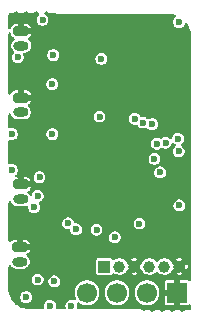
<source format=gbr>
%TF.GenerationSoftware,KiCad,Pcbnew,9.0.5*%
%TF.CreationDate,2025-12-10T00:05:15-08:00*%
%TF.ProjectId,camcontrol stm32,63616d63-6f6e-4747-926f-6c2073746d33,rev?*%
%TF.SameCoordinates,Original*%
%TF.FileFunction,Copper,L2,Inr*%
%TF.FilePolarity,Positive*%
%FSLAX46Y46*%
G04 Gerber Fmt 4.6, Leading zero omitted, Abs format (unit mm)*
G04 Created by KiCad (PCBNEW 9.0.5) date 2025-12-10 00:05:15*
%MOMM*%
%LPD*%
G01*
G04 APERTURE LIST*
G04 Aperture macros list*
%AMRoundRect*
0 Rectangle with rounded corners*
0 $1 Rounding radius*
0 $2 $3 $4 $5 $6 $7 $8 $9 X,Y pos of 4 corners*
0 Add a 4 corners polygon primitive as box body*
4,1,4,$2,$3,$4,$5,$6,$7,$8,$9,$2,$3,0*
0 Add four circle primitives for the rounded corners*
1,1,$1+$1,$2,$3*
1,1,$1+$1,$4,$5*
1,1,$1+$1,$6,$7*
1,1,$1+$1,$8,$9*
0 Add four rect primitives between the rounded corners*
20,1,$1+$1,$2,$3,$4,$5,0*
20,1,$1+$1,$4,$5,$6,$7,0*
20,1,$1+$1,$6,$7,$8,$9,0*
20,1,$1+$1,$8,$9,$2,$3,0*%
G04 Aperture macros list end*
%TA.AperFunction,ComponentPad*%
%ADD10R,1.000000X1.000000*%
%TD*%
%TA.AperFunction,ComponentPad*%
%ADD11C,1.000000*%
%TD*%
%TA.AperFunction,ComponentPad*%
%ADD12RoundRect,0.200000X-0.450000X0.200000X-0.450000X-0.200000X0.450000X-0.200000X0.450000X0.200000X0*%
%TD*%
%TA.AperFunction,ComponentPad*%
%ADD13O,1.300000X0.800000*%
%TD*%
%TA.AperFunction,ComponentPad*%
%ADD14R,1.700000X1.700000*%
%TD*%
%TA.AperFunction,ComponentPad*%
%ADD15C,1.700000*%
%TD*%
%TA.AperFunction,ViaPad*%
%ADD16C,0.600000*%
%TD*%
G04 APERTURE END LIST*
D10*
%TO.N,/CAM1 RX*%
%TO.C,J5*%
X8331200Y-21590000D03*
D11*
%TO.N,/CAM1 TX*%
X9601200Y-21590000D03*
%TO.N,GND*%
X10871200Y-21590000D03*
%TO.N,/CAM2 RX*%
X12141200Y-21590000D03*
%TO.N,/CAM2 TX*%
X13411200Y-21590000D03*
%TO.N,GND*%
X14681200Y-21590000D03*
%TD*%
D12*
%TO.N,GND*%
%TO.C,J3*%
X1270000Y-7284400D03*
D13*
%TO.N,/PWR B*%
X1270000Y-8534400D03*
%TD*%
D12*
%TO.N,GND*%
%TO.C,J1*%
X1297200Y-1635600D03*
D13*
%TO.N,+12V*%
X1297200Y-2885600D03*
%TD*%
D12*
%TO.N,GND*%
%TO.C,J7*%
X1170200Y-19923600D03*
D13*
%TO.N,/PWR A*%
X1170200Y-21173600D03*
%TD*%
D12*
%TO.N,GND*%
%TO.C,J4*%
X1244600Y-14630400D03*
D13*
%TO.N,+12VA*%
X1244600Y-15880400D03*
%TD*%
D14*
%TO.N,GND*%
%TO.C,J2*%
X14478000Y-23799800D03*
D15*
%TO.N,+3V3*%
X11938000Y-23799800D03*
%TO.N,/CAM1 TX*%
X9398000Y-23799800D03*
%TO.N,/CAM1 RX*%
X6858000Y-23799800D03*
%TD*%
D16*
%TO.N,+3V3*%
X8077200Y-4013200D03*
%TO.N,GND*%
X4222636Y-7059804D03*
X7416800Y-812800D03*
X8686800Y-2082800D03*
X3733800Y-18511800D03*
X4876800Y-7162800D03*
X4876800Y-5892800D03*
X8686800Y-5892800D03*
X8051800Y-7797800D03*
X1193800Y-12750800D03*
X11226800Y-17200800D03*
X8051800Y-2717800D03*
X8686800Y-7162800D03*
X8686800Y-4622800D03*
X7670800Y-19423600D03*
X8686800Y-3352800D03*
X10462558Y-19209696D03*
X2187316Y-10472555D03*
X5511800Y-2717800D03*
X14909800Y-4114800D03*
X5511800Y-3987800D03*
X4557497Y-24738707D03*
X5896032Y-21390750D03*
X15213600Y-15341600D03*
X8266800Y-1242800D03*
X10083800Y-2463800D03*
X14524200Y-2794000D03*
X8051800Y-6527800D03*
X4876800Y-8432800D03*
X4876800Y-4622800D03*
X3268922Y-2445668D03*
X4876800Y-2082800D03*
X6781800Y-1447800D03*
X8051800Y-5257800D03*
X8686800Y-8432800D03*
X5266800Y-1242800D03*
X6146800Y-812800D03*
X7569200Y-11379200D03*
X13811055Y-10392965D03*
%TO.N,+3V3*%
X13045583Y-13619569D03*
X5266977Y-17925924D03*
X2844800Y-14020800D03*
X14656200Y-894000D03*
X12783306Y-11183770D03*
X11304521Y-17946430D03*
X3733800Y-24900000D03*
X7670800Y-18463600D03*
X3928351Y-10375111D03*
%TO.N,/VFBSMPS*%
X9218871Y-19111200D03*
X2691257Y-15608189D03*
%TO.N,Net-(D2-K)*%
X508000Y-10363200D03*
%TO.N,Net-(JP1-C)*%
X10911132Y-9083797D03*
%TO.N,/PWR B*%
X14630400Y-11836400D03*
%TO.N,/BOOTSEL*%
X7924800Y-8890000D03*
%TO.N,/PWR A*%
X2685600Y-22689000D03*
X5537200Y-24892000D03*
%TO.N,/LED INDICATION*%
X2387600Y-16560800D03*
%TO.N,/PWR A SENS*%
X4100326Y-22835235D03*
X14681200Y-16408400D03*
%TO.N,/PWRB EN*%
X11582400Y-9398000D03*
X1005600Y-3860800D03*
%TO.N,/CAM1 TX*%
X13514828Y-11113571D03*
%TO.N,/CAM1 RX*%
X12577454Y-12483770D03*
%TO.N,Net-(D1-K)*%
X1701800Y-24180800D03*
%TO.N,/PWR B SENS*%
X3911776Y-6146248D03*
X14579600Y-10769600D03*
%TO.N,/BATT SENSE B*%
X12377789Y-9533787D03*
X3098800Y-709200D03*
%TO.N,/RF CTRL*%
X4004249Y-3685509D03*
X5943600Y-18440400D03*
X508000Y-13411200D03*
%TD*%
%TA.AperFunction,Conductor*%
%TO.N,GND*%
G36*
X3418079Y16028D02*
G01*
X3451934Y13606D01*
X3452970Y12940D01*
X3453885Y12859D01*
X3457709Y9895D01*
X3496281Y-14895D01*
X3526286Y-44900D01*
X3640414Y-110792D01*
X3767708Y-144900D01*
X3767710Y-144900D01*
X3899490Y-144900D01*
X3899492Y-144900D01*
X4026786Y-110792D01*
X4051688Y-96414D01*
X4119587Y-79941D01*
X4185614Y-102792D01*
X4201370Y-116120D01*
X4255226Y-169976D01*
X4328918Y-200500D01*
X13835118Y-200500D01*
X13870933Y-200500D01*
X13879043Y-200765D01*
X14101790Y-215364D01*
X14117848Y-217479D01*
X14322132Y-258113D01*
X14384042Y-290498D01*
X14418616Y-351213D01*
X14414877Y-420983D01*
X14374011Y-477655D01*
X14359944Y-487115D01*
X14348889Y-493497D01*
X14348883Y-493502D01*
X14255702Y-586683D01*
X14255700Y-586686D01*
X14189808Y-700812D01*
X14182641Y-727561D01*
X14155700Y-828108D01*
X14155700Y-959892D01*
X14162182Y-984083D01*
X14189808Y-1087187D01*
X14202806Y-1109699D01*
X14255700Y-1201314D01*
X14348886Y-1294500D01*
X14463014Y-1360392D01*
X14590308Y-1394500D01*
X14590310Y-1394500D01*
X14722090Y-1394500D01*
X14722092Y-1394500D01*
X14849386Y-1360392D01*
X14963514Y-1294500D01*
X15056700Y-1201314D01*
X15122592Y-1087186D01*
X15138228Y-1028829D01*
X15147693Y-1013301D01*
X15152506Y-995757D01*
X15165501Y-984083D01*
X15174591Y-969171D01*
X15190951Y-961223D01*
X15204485Y-949067D01*
X15221727Y-946273D01*
X15237438Y-938641D01*
X15255500Y-940800D01*
X15273455Y-937891D01*
X15289469Y-944861D01*
X15306813Y-946935D01*
X15320839Y-958515D01*
X15337519Y-965776D01*
X15360155Y-990977D01*
X15360692Y-991420D01*
X15361104Y-992033D01*
X15428897Y-1093492D01*
X15437007Y-1107539D01*
X15533926Y-1304071D01*
X15540133Y-1319057D01*
X15610571Y-1526561D01*
X15614769Y-1542228D01*
X15657518Y-1757140D01*
X15659636Y-1773221D01*
X15674235Y-1995956D01*
X15674500Y-2004066D01*
X15674500Y-22708798D01*
X15654815Y-22775837D01*
X15602011Y-22821592D01*
X15532853Y-22831536D01*
X15481610Y-22811901D01*
X15406033Y-22761403D01*
X15406033Y-22761402D01*
X15347702Y-22749800D01*
X14728000Y-22749800D01*
X14728000Y-23366788D01*
X14670993Y-23333875D01*
X14543826Y-23299800D01*
X14412174Y-23299800D01*
X14285007Y-23333875D01*
X14228000Y-23366788D01*
X14228000Y-22749800D01*
X13608297Y-22749800D01*
X13549966Y-22761402D01*
X13549965Y-22761403D01*
X13483808Y-22805608D01*
X13439603Y-22871765D01*
X13439602Y-22871766D01*
X13428000Y-22930097D01*
X13428000Y-23549800D01*
X14044988Y-23549800D01*
X14012075Y-23606807D01*
X13978000Y-23733974D01*
X13978000Y-23865626D01*
X14012075Y-23992793D01*
X14044988Y-24049800D01*
X13428000Y-24049800D01*
X13428000Y-24669502D01*
X13439602Y-24727833D01*
X13439603Y-24727834D01*
X13483808Y-24793991D01*
X13549965Y-24838196D01*
X13549966Y-24838197D01*
X13608297Y-24849799D01*
X13608301Y-24849800D01*
X14228000Y-24849800D01*
X14228000Y-24232812D01*
X14285007Y-24265725D01*
X14412174Y-24299800D01*
X14543826Y-24299800D01*
X14670993Y-24265725D01*
X14728000Y-24232812D01*
X14728000Y-24849800D01*
X15347699Y-24849800D01*
X15347702Y-24849799D01*
X15406033Y-24838197D01*
X15406034Y-24838196D01*
X15481609Y-24787699D01*
X15548286Y-24766821D01*
X15615667Y-24785305D01*
X15662357Y-24837284D01*
X15674500Y-24890801D01*
X15674500Y-25158721D01*
X15654815Y-25225760D01*
X15602011Y-25271515D01*
X15532853Y-25281459D01*
X15518410Y-25278496D01*
X15431092Y-25255100D01*
X15299308Y-25255100D01*
X15172012Y-25289208D01*
X15057886Y-25355100D01*
X15057883Y-25355102D01*
X15027881Y-25385105D01*
X14966558Y-25418590D01*
X14896866Y-25413606D01*
X14852519Y-25385105D01*
X14822516Y-25355102D01*
X14822514Y-25355100D01*
X14738340Y-25306502D01*
X14708387Y-25289208D01*
X14642354Y-25271515D01*
X14581092Y-25255100D01*
X14449308Y-25255100D01*
X14322012Y-25289208D01*
X14207886Y-25355100D01*
X14207883Y-25355102D01*
X14177881Y-25385105D01*
X14116558Y-25418590D01*
X14046866Y-25413606D01*
X14002519Y-25385105D01*
X13972516Y-25355102D01*
X13972514Y-25355100D01*
X13888340Y-25306502D01*
X13858387Y-25289208D01*
X13792354Y-25271515D01*
X13731092Y-25255100D01*
X13599308Y-25255100D01*
X13472012Y-25289208D01*
X13357886Y-25355100D01*
X13357883Y-25355102D01*
X13327881Y-25385105D01*
X13266558Y-25418590D01*
X13196866Y-25413606D01*
X13152519Y-25385105D01*
X13122516Y-25355102D01*
X13122514Y-25355100D01*
X13038340Y-25306502D01*
X13008387Y-25289208D01*
X12942354Y-25271515D01*
X12881092Y-25255100D01*
X12749308Y-25255100D01*
X12622012Y-25289208D01*
X12507886Y-25355100D01*
X12507883Y-25355102D01*
X12477881Y-25385105D01*
X12416558Y-25418590D01*
X12346866Y-25413606D01*
X12302519Y-25385105D01*
X12272516Y-25355102D01*
X12272514Y-25355100D01*
X12188340Y-25306502D01*
X12158387Y-25289208D01*
X12092354Y-25271515D01*
X12031092Y-25255100D01*
X11899308Y-25255100D01*
X11772011Y-25289208D01*
X11731006Y-25312883D01*
X11663105Y-25329354D01*
X11597079Y-25306502D01*
X11581326Y-25293176D01*
X11518174Y-25230024D01*
X11444483Y-25199500D01*
X11444482Y-25199500D01*
X6134561Y-25199500D01*
X6067522Y-25179815D01*
X6021767Y-25127011D01*
X6011823Y-25057853D01*
X6014784Y-25043415D01*
X6037700Y-24957892D01*
X6037700Y-24826108D01*
X6021468Y-24765529D01*
X6023131Y-24695682D01*
X6062293Y-24637819D01*
X6126522Y-24610315D01*
X6195424Y-24621901D01*
X6210133Y-24630336D01*
X6360400Y-24730740D01*
X6360401Y-24730740D01*
X6360402Y-24730741D01*
X6551580Y-24809930D01*
X6689099Y-24837284D01*
X6754530Y-24850299D01*
X6754534Y-24850300D01*
X6754535Y-24850300D01*
X6961466Y-24850300D01*
X6961467Y-24850299D01*
X7164420Y-24809930D01*
X7355598Y-24730741D01*
X7527655Y-24615777D01*
X7673977Y-24469455D01*
X7788941Y-24297398D01*
X7868130Y-24106220D01*
X7908500Y-23903265D01*
X7908500Y-23696335D01*
X7908499Y-23696330D01*
X8347500Y-23696330D01*
X8347500Y-23903269D01*
X8387868Y-24106212D01*
X8387870Y-24106220D01*
X8465013Y-24292460D01*
X8467059Y-24297398D01*
X8500287Y-24347128D01*
X8582024Y-24469457D01*
X8728342Y-24615775D01*
X8728345Y-24615777D01*
X8900402Y-24730741D01*
X9091580Y-24809930D01*
X9229099Y-24837284D01*
X9294530Y-24850299D01*
X9294534Y-24850300D01*
X9294535Y-24850300D01*
X9501466Y-24850300D01*
X9501467Y-24850299D01*
X9704420Y-24809930D01*
X9895598Y-24730741D01*
X10067655Y-24615777D01*
X10213977Y-24469455D01*
X10328941Y-24297398D01*
X10408130Y-24106220D01*
X10448500Y-23903265D01*
X10448500Y-23696335D01*
X10448499Y-23696330D01*
X10887500Y-23696330D01*
X10887500Y-23903269D01*
X10927868Y-24106212D01*
X10927870Y-24106220D01*
X11005013Y-24292460D01*
X11007059Y-24297398D01*
X11040287Y-24347128D01*
X11122024Y-24469457D01*
X11268342Y-24615775D01*
X11268345Y-24615777D01*
X11440402Y-24730741D01*
X11631580Y-24809930D01*
X11769099Y-24837284D01*
X11834530Y-24850299D01*
X11834534Y-24850300D01*
X11834535Y-24850300D01*
X12041466Y-24850300D01*
X12041467Y-24850299D01*
X12244420Y-24809930D01*
X12435598Y-24730741D01*
X12607655Y-24615777D01*
X12753977Y-24469455D01*
X12868941Y-24297398D01*
X12948130Y-24106220D01*
X12988500Y-23903265D01*
X12988500Y-23696335D01*
X12948130Y-23493380D01*
X12868941Y-23302202D01*
X12753977Y-23130145D01*
X12753975Y-23130142D01*
X12607657Y-22983824D01*
X12455543Y-22882186D01*
X12435598Y-22868859D01*
X12244420Y-22789670D01*
X12244412Y-22789668D01*
X12041469Y-22749300D01*
X12041465Y-22749300D01*
X11834535Y-22749300D01*
X11834530Y-22749300D01*
X11631587Y-22789668D01*
X11631579Y-22789670D01*
X11440403Y-22868858D01*
X11268342Y-22983824D01*
X11122024Y-23130142D01*
X11007058Y-23302203D01*
X10927870Y-23493379D01*
X10927868Y-23493387D01*
X10887500Y-23696330D01*
X10448499Y-23696330D01*
X10408130Y-23493380D01*
X10328941Y-23302202D01*
X10213977Y-23130145D01*
X10213975Y-23130142D01*
X10067657Y-22983824D01*
X9915543Y-22882186D01*
X9895598Y-22868859D01*
X9704420Y-22789670D01*
X9704412Y-22789668D01*
X9501469Y-22749300D01*
X9501465Y-22749300D01*
X9294535Y-22749300D01*
X9294530Y-22749300D01*
X9091587Y-22789668D01*
X9091579Y-22789670D01*
X8900403Y-22868858D01*
X8728342Y-22983824D01*
X8582024Y-23130142D01*
X8467058Y-23302203D01*
X8387870Y-23493379D01*
X8387868Y-23493387D01*
X8347500Y-23696330D01*
X7908499Y-23696330D01*
X7868130Y-23493380D01*
X7788941Y-23302202D01*
X7673977Y-23130145D01*
X7673975Y-23130142D01*
X7527657Y-22983824D01*
X7375543Y-22882186D01*
X7355598Y-22868859D01*
X7164420Y-22789670D01*
X7164412Y-22789668D01*
X6961469Y-22749300D01*
X6961465Y-22749300D01*
X6754535Y-22749300D01*
X6754530Y-22749300D01*
X6551587Y-22789668D01*
X6551579Y-22789670D01*
X6360403Y-22868858D01*
X6188342Y-22983824D01*
X6042024Y-23130142D01*
X5927058Y-23302203D01*
X5847870Y-23493379D01*
X5847868Y-23493387D01*
X5807500Y-23696330D01*
X5807500Y-23903269D01*
X5847868Y-24106212D01*
X5847870Y-24106220D01*
X5918882Y-24277658D01*
X5926351Y-24347128D01*
X5895076Y-24409607D01*
X5834987Y-24445259D01*
X5765162Y-24442765D01*
X5742321Y-24432498D01*
X5730389Y-24425609D01*
X5730386Y-24425608D01*
X5603092Y-24391500D01*
X5471308Y-24391500D01*
X5344012Y-24425608D01*
X5229886Y-24491500D01*
X5229883Y-24491502D01*
X5136702Y-24584683D01*
X5136700Y-24584686D01*
X5070808Y-24698812D01*
X5045306Y-24793991D01*
X5036700Y-24826108D01*
X5036700Y-24957892D01*
X5059613Y-25043408D01*
X5057951Y-25113256D01*
X5018789Y-25171119D01*
X4954560Y-25198623D01*
X4939839Y-25199500D01*
X4333305Y-25199500D01*
X4266266Y-25179815D01*
X4220511Y-25127011D01*
X4210567Y-25057853D01*
X4213530Y-25043407D01*
X4234300Y-24965892D01*
X4234300Y-24834108D01*
X4200192Y-24706814D01*
X4134300Y-24592686D01*
X4041114Y-24499500D01*
X3984050Y-24466554D01*
X3926987Y-24433608D01*
X3837412Y-24409607D01*
X3799692Y-24399500D01*
X3667908Y-24399500D01*
X3540612Y-24433608D01*
X3426486Y-24499500D01*
X3426483Y-24499502D01*
X3333302Y-24592683D01*
X3333300Y-24592686D01*
X3267408Y-24706812D01*
X3233300Y-24834108D01*
X3233300Y-24965891D01*
X3254070Y-25043407D01*
X3252407Y-25113257D01*
X3213244Y-25171119D01*
X3149016Y-25198623D01*
X3134295Y-25199500D01*
X2004067Y-25199500D01*
X1995957Y-25199235D01*
X1773221Y-25184636D01*
X1757140Y-25182518D01*
X1542228Y-25139769D01*
X1526561Y-25135571D01*
X1319057Y-25065133D01*
X1304071Y-25058926D01*
X1107539Y-24962007D01*
X1093492Y-24953897D01*
X920335Y-24838197D01*
X911290Y-24832153D01*
X898423Y-24822280D01*
X884340Y-24809930D01*
X794041Y-24730740D01*
X733671Y-24677797D01*
X722202Y-24666328D01*
X647632Y-24581297D01*
X577716Y-24501573D01*
X567845Y-24488708D01*
X567449Y-24488116D01*
X446102Y-24306507D01*
X437992Y-24292460D01*
X392346Y-24199899D01*
X350433Y-24114908D01*
X1201300Y-24114908D01*
X1201300Y-24246691D01*
X1235408Y-24373987D01*
X1255974Y-24409607D01*
X1301300Y-24488114D01*
X1394486Y-24581300D01*
X1508614Y-24647192D01*
X1635908Y-24681300D01*
X1635910Y-24681300D01*
X1767690Y-24681300D01*
X1767692Y-24681300D01*
X1894986Y-24647192D01*
X2009114Y-24581300D01*
X2102300Y-24488114D01*
X2168192Y-24373986D01*
X2202300Y-24246692D01*
X2202300Y-24114908D01*
X2168192Y-23987614D01*
X2102300Y-23873486D01*
X2009114Y-23780300D01*
X1952050Y-23747354D01*
X1894987Y-23714408D01*
X1827517Y-23696330D01*
X1767692Y-23680300D01*
X1635908Y-23680300D01*
X1508612Y-23714408D01*
X1394486Y-23780300D01*
X1394483Y-23780302D01*
X1301302Y-23873483D01*
X1301300Y-23873486D01*
X1235408Y-23987612D01*
X1201300Y-24114908D01*
X350433Y-24114908D01*
X341070Y-24095921D01*
X334866Y-24080942D01*
X264428Y-23873438D01*
X260230Y-23857771D01*
X248217Y-23797376D01*
X217479Y-23642848D01*
X215364Y-23626790D01*
X200765Y-23404043D01*
X200500Y-23395933D01*
X200500Y-22623108D01*
X2185100Y-22623108D01*
X2185100Y-22754892D01*
X2186845Y-22761403D01*
X2219208Y-22882187D01*
X2246869Y-22930097D01*
X2285100Y-22996314D01*
X2378286Y-23089500D01*
X2492414Y-23155392D01*
X2619708Y-23189500D01*
X2619710Y-23189500D01*
X2751490Y-23189500D01*
X2751492Y-23189500D01*
X2878786Y-23155392D01*
X2992914Y-23089500D01*
X3086100Y-22996314D01*
X3151992Y-22882186D01*
X3182228Y-22769343D01*
X3599826Y-22769343D01*
X3599826Y-22901127D01*
X3616880Y-22964774D01*
X3633934Y-23028422D01*
X3666880Y-23085485D01*
X3699826Y-23142549D01*
X3793012Y-23235735D01*
X3891847Y-23292798D01*
X3903975Y-23299800D01*
X3907140Y-23301627D01*
X4034434Y-23335735D01*
X4034436Y-23335735D01*
X4166216Y-23335735D01*
X4166218Y-23335735D01*
X4293512Y-23301627D01*
X4407640Y-23235735D01*
X4500826Y-23142549D01*
X4566718Y-23028421D01*
X4600826Y-22901127D01*
X4600826Y-22769343D01*
X4566718Y-22642049D01*
X4500826Y-22527921D01*
X4407640Y-22434735D01*
X4315757Y-22381686D01*
X4293513Y-22368843D01*
X4229865Y-22351789D01*
X4166218Y-22334735D01*
X4034434Y-22334735D01*
X3907138Y-22368843D01*
X3793012Y-22434735D01*
X3793009Y-22434737D01*
X3699828Y-22527918D01*
X3699826Y-22527921D01*
X3633934Y-22642047D01*
X3616049Y-22708798D01*
X3599826Y-22769343D01*
X3182228Y-22769343D01*
X3186100Y-22754892D01*
X3186100Y-22623108D01*
X3151992Y-22495814D01*
X3086100Y-22381686D01*
X2992914Y-22288500D01*
X2899474Y-22234552D01*
X2878787Y-22222608D01*
X2815139Y-22205554D01*
X2751492Y-22188500D01*
X2619708Y-22188500D01*
X2492412Y-22222608D01*
X2378286Y-22288500D01*
X2378283Y-22288502D01*
X2285102Y-22381683D01*
X2285100Y-22381686D01*
X2219208Y-22495812D01*
X2210605Y-22527921D01*
X2185100Y-22623108D01*
X200500Y-22623108D01*
X200500Y-21590818D01*
X220185Y-21523779D01*
X272989Y-21478024D01*
X342147Y-21468080D01*
X405703Y-21497105D01*
X431888Y-21528820D01*
X439677Y-21542312D01*
X439679Y-21542315D01*
X439680Y-21542316D01*
X551484Y-21654120D01*
X551486Y-21654121D01*
X551490Y-21654124D01*
X657703Y-21715445D01*
X688416Y-21733177D01*
X841143Y-21774100D01*
X841145Y-21774100D01*
X1499255Y-21774100D01*
X1499257Y-21774100D01*
X1651984Y-21733177D01*
X1788916Y-21654120D01*
X1900720Y-21542316D01*
X1979777Y-21405384D01*
X2020700Y-21252657D01*
X2020700Y-21094543D01*
X2014190Y-21070247D01*
X7630700Y-21070247D01*
X7630700Y-22109752D01*
X7642331Y-22168229D01*
X7642332Y-22168230D01*
X7686647Y-22234552D01*
X7752969Y-22278867D01*
X7752970Y-22278868D01*
X7811447Y-22290499D01*
X7811450Y-22290500D01*
X7811452Y-22290500D01*
X8850950Y-22290500D01*
X8850951Y-22290499D01*
X8865768Y-22287552D01*
X8909429Y-22278868D01*
X8909429Y-22278867D01*
X8909431Y-22278867D01*
X8975752Y-22234552D01*
X9008479Y-22185573D01*
X9062089Y-22140769D01*
X9131413Y-22132060D01*
X9180471Y-22151362D01*
X9269382Y-22210771D01*
X9269395Y-22210778D01*
X9395711Y-22263099D01*
X9396872Y-22263580D01*
X9396876Y-22263580D01*
X9396877Y-22263581D01*
X9532204Y-22290500D01*
X9532207Y-22290500D01*
X9670195Y-22290500D01*
X9761241Y-22272389D01*
X9805528Y-22263580D01*
X9888268Y-22229308D01*
X10585443Y-22229308D01*
X10667021Y-22263099D01*
X10667023Y-22263100D01*
X10802253Y-22290000D01*
X10940146Y-22290000D01*
X11075376Y-22263100D01*
X11075390Y-22263096D01*
X11156956Y-22229309D01*
X11156956Y-22229308D01*
X10871201Y-21943553D01*
X10871200Y-21943553D01*
X10585443Y-22229308D01*
X9888268Y-22229308D01*
X9933011Y-22210775D01*
X10047742Y-22134114D01*
X10049796Y-22132060D01*
X10081044Y-22100813D01*
X10145311Y-22036545D01*
X10145314Y-22036542D01*
X10221975Y-21921811D01*
X10238092Y-21882899D01*
X10264970Y-21842674D01*
X10517646Y-21589999D01*
X10474860Y-21547213D01*
X10546200Y-21547213D01*
X10546200Y-21632787D01*
X10568349Y-21715445D01*
X10611136Y-21789554D01*
X10671646Y-21850064D01*
X10745755Y-21892851D01*
X10828413Y-21915000D01*
X10913987Y-21915000D01*
X10996645Y-21892851D01*
X11070754Y-21850064D01*
X11131264Y-21789554D01*
X11174051Y-21715445D01*
X11196200Y-21632787D01*
X11196200Y-21590000D01*
X11224753Y-21590000D01*
X11477428Y-21842675D01*
X11504308Y-21882902D01*
X11520425Y-21921812D01*
X11520426Y-21921813D01*
X11597082Y-22036537D01*
X11597088Y-22036545D01*
X11694654Y-22134111D01*
X11694658Y-22134114D01*
X11809382Y-22210771D01*
X11809395Y-22210778D01*
X11935711Y-22263099D01*
X11936872Y-22263580D01*
X11936876Y-22263580D01*
X11936877Y-22263581D01*
X12072204Y-22290500D01*
X12072207Y-22290500D01*
X12210195Y-22290500D01*
X12301241Y-22272389D01*
X12345528Y-22263580D01*
X12473011Y-22210775D01*
X12587742Y-22134114D01*
X12621043Y-22100813D01*
X12688519Y-22033338D01*
X12749842Y-21999853D01*
X12819534Y-22004837D01*
X12863881Y-22033338D01*
X12964654Y-22134111D01*
X12964658Y-22134114D01*
X13079382Y-22210771D01*
X13079395Y-22210778D01*
X13205711Y-22263099D01*
X13206872Y-22263580D01*
X13206876Y-22263580D01*
X13206877Y-22263581D01*
X13342204Y-22290500D01*
X13342207Y-22290500D01*
X13480195Y-22290500D01*
X13571241Y-22272389D01*
X13615528Y-22263580D01*
X13698268Y-22229308D01*
X14395443Y-22229308D01*
X14477021Y-22263099D01*
X14477023Y-22263100D01*
X14612253Y-22290000D01*
X14750146Y-22290000D01*
X14885376Y-22263100D01*
X14885390Y-22263096D01*
X14966956Y-22229309D01*
X14966956Y-22229308D01*
X14681201Y-21943553D01*
X14681200Y-21943553D01*
X14395443Y-22229308D01*
X13698268Y-22229308D01*
X13743011Y-22210775D01*
X13857742Y-22134114D01*
X13859796Y-22132060D01*
X13891044Y-22100813D01*
X13955311Y-22036545D01*
X13955314Y-22036542D01*
X14031975Y-21921811D01*
X14048092Y-21882899D01*
X14074970Y-21842674D01*
X14327646Y-21589999D01*
X14284860Y-21547213D01*
X14356200Y-21547213D01*
X14356200Y-21632787D01*
X14378349Y-21715445D01*
X14421136Y-21789554D01*
X14481646Y-21850064D01*
X14555755Y-21892851D01*
X14638413Y-21915000D01*
X14723987Y-21915000D01*
X14806645Y-21892851D01*
X14880754Y-21850064D01*
X14941264Y-21789554D01*
X14984051Y-21715445D01*
X15006200Y-21632787D01*
X15006200Y-21589999D01*
X15034753Y-21589999D01*
X15034753Y-21590001D01*
X15320508Y-21875756D01*
X15320509Y-21875756D01*
X15354296Y-21794190D01*
X15354300Y-21794176D01*
X15381200Y-21658946D01*
X15381200Y-21521053D01*
X15354300Y-21385823D01*
X15354299Y-21385821D01*
X15320508Y-21304243D01*
X15034753Y-21589999D01*
X15006200Y-21589999D01*
X15006200Y-21547213D01*
X14984051Y-21464555D01*
X14941264Y-21390446D01*
X14880754Y-21329936D01*
X14806645Y-21287149D01*
X14723987Y-21265000D01*
X14638413Y-21265000D01*
X14555755Y-21287149D01*
X14481646Y-21329936D01*
X14421136Y-21390446D01*
X14378349Y-21464555D01*
X14356200Y-21547213D01*
X14284860Y-21547213D01*
X14074970Y-21337323D01*
X14048090Y-21297094D01*
X14031975Y-21258189D01*
X14031971Y-21258182D01*
X13955314Y-21143458D01*
X13955311Y-21143454D01*
X13857745Y-21045888D01*
X13857741Y-21045885D01*
X13743017Y-20969228D01*
X13743004Y-20969221D01*
X13698266Y-20950690D01*
X14395442Y-20950690D01*
X14681200Y-21236446D01*
X14681201Y-21236446D01*
X14966956Y-20950690D01*
X14885382Y-20916901D01*
X14885376Y-20916899D01*
X14750146Y-20890000D01*
X14612254Y-20890000D01*
X14477024Y-20916899D01*
X14477016Y-20916901D01*
X14395442Y-20950690D01*
X13698266Y-20950690D01*
X13615532Y-20916421D01*
X13615522Y-20916418D01*
X13480195Y-20889500D01*
X13480193Y-20889500D01*
X13342207Y-20889500D01*
X13342205Y-20889500D01*
X13206877Y-20916418D01*
X13206867Y-20916421D01*
X13079395Y-20969221D01*
X13079382Y-20969228D01*
X12964658Y-21045885D01*
X12964654Y-21045888D01*
X12863881Y-21146662D01*
X12802558Y-21180147D01*
X12732866Y-21175163D01*
X12688519Y-21146662D01*
X12587745Y-21045888D01*
X12587741Y-21045885D01*
X12473017Y-20969228D01*
X12473004Y-20969221D01*
X12345532Y-20916421D01*
X12345522Y-20916418D01*
X12210195Y-20889500D01*
X12210193Y-20889500D01*
X12072207Y-20889500D01*
X12072205Y-20889500D01*
X11936877Y-20916418D01*
X11936867Y-20916421D01*
X11809395Y-20969221D01*
X11809382Y-20969228D01*
X11694658Y-21045885D01*
X11694654Y-21045888D01*
X11597088Y-21143454D01*
X11597082Y-21143462D01*
X11520426Y-21258185D01*
X11504308Y-21297097D01*
X11477430Y-21337322D01*
X11224753Y-21590000D01*
X11196200Y-21590000D01*
X11196200Y-21547213D01*
X11174051Y-21464555D01*
X11131264Y-21390446D01*
X11070754Y-21329936D01*
X10996645Y-21287149D01*
X10913987Y-21265000D01*
X10828413Y-21265000D01*
X10745755Y-21287149D01*
X10671646Y-21329936D01*
X10611136Y-21390446D01*
X10568349Y-21464555D01*
X10546200Y-21547213D01*
X10474860Y-21547213D01*
X10264970Y-21337323D01*
X10238090Y-21297094D01*
X10221975Y-21258189D01*
X10221971Y-21258182D01*
X10145314Y-21143458D01*
X10145311Y-21143454D01*
X10047745Y-21045888D01*
X10047741Y-21045885D01*
X9933017Y-20969228D01*
X9933004Y-20969221D01*
X9888266Y-20950690D01*
X10585442Y-20950690D01*
X10871200Y-21236446D01*
X10871201Y-21236446D01*
X11156956Y-20950690D01*
X11075382Y-20916901D01*
X11075376Y-20916899D01*
X10940146Y-20890000D01*
X10802254Y-20890000D01*
X10667024Y-20916899D01*
X10667016Y-20916901D01*
X10585442Y-20950690D01*
X9888266Y-20950690D01*
X9805532Y-20916421D01*
X9805522Y-20916418D01*
X9670195Y-20889500D01*
X9670193Y-20889500D01*
X9532207Y-20889500D01*
X9532205Y-20889500D01*
X9396877Y-20916418D01*
X9396867Y-20916421D01*
X9269395Y-20969221D01*
X9269377Y-20969231D01*
X9180470Y-21028637D01*
X9113793Y-21049515D01*
X9046413Y-21031030D01*
X9008479Y-20994427D01*
X8975752Y-20945448D01*
X8970317Y-20941816D01*
X8909430Y-20901132D01*
X8909429Y-20901131D01*
X8850952Y-20889500D01*
X8850948Y-20889500D01*
X7811452Y-20889500D01*
X7811447Y-20889500D01*
X7752970Y-20901131D01*
X7752969Y-20901132D01*
X7686647Y-20945447D01*
X7642332Y-21011769D01*
X7642331Y-21011770D01*
X7630700Y-21070247D01*
X2014190Y-21070247D01*
X1979777Y-20941816D01*
X1979773Y-20941809D01*
X1900724Y-20804890D01*
X1900718Y-20804882D01*
X1788915Y-20693079D01*
X1783091Y-20688610D01*
X1741890Y-20632181D01*
X1737738Y-20562435D01*
X1771952Y-20501516D01*
X1802287Y-20479752D01*
X1858244Y-20451241D01*
X1858250Y-20451236D01*
X1947836Y-20361650D01*
X1947839Y-20361646D01*
X2005366Y-20248744D01*
X2017268Y-20173600D01*
X1294200Y-20173600D01*
X1250738Y-20160838D01*
X1311814Y-20135540D01*
X1382140Y-20065214D01*
X1420200Y-19973328D01*
X1420200Y-19873872D01*
X1382140Y-19781986D01*
X1311814Y-19711660D01*
X1219928Y-19673600D01*
X1420200Y-19673600D01*
X2017265Y-19673600D01*
X2005364Y-19598450D01*
X2005362Y-19598444D01*
X1947843Y-19485558D01*
X1947836Y-19485549D01*
X1858250Y-19395963D01*
X1858246Y-19395960D01*
X1745344Y-19338433D01*
X1651686Y-19323600D01*
X1420200Y-19323600D01*
X1420200Y-19673600D01*
X1219928Y-19673600D01*
X1120472Y-19673600D01*
X1028586Y-19711660D01*
X958260Y-19781986D01*
X930793Y-19848296D01*
X920200Y-19799600D01*
X920200Y-19323600D01*
X688720Y-19323600D01*
X595049Y-19338435D01*
X595044Y-19338437D01*
X482158Y-19395956D01*
X482149Y-19395963D01*
X412181Y-19465932D01*
X350858Y-19499417D01*
X281166Y-19494433D01*
X225233Y-19452561D01*
X200816Y-19387097D01*
X200500Y-19378251D01*
X200500Y-19045308D01*
X8718371Y-19045308D01*
X8718371Y-19177091D01*
X8752479Y-19304387D01*
X8763572Y-19323600D01*
X8818371Y-19418514D01*
X8911557Y-19511700D01*
X9025685Y-19577592D01*
X9152979Y-19611700D01*
X9152981Y-19611700D01*
X9284761Y-19611700D01*
X9284763Y-19611700D01*
X9412057Y-19577592D01*
X9526185Y-19511700D01*
X9619371Y-19418514D01*
X9685263Y-19304386D01*
X9719371Y-19177092D01*
X9719371Y-19045308D01*
X9685263Y-18918014D01*
X9619371Y-18803886D01*
X9526185Y-18710700D01*
X9469121Y-18677754D01*
X9412058Y-18644808D01*
X9348410Y-18627754D01*
X9284763Y-18610700D01*
X9152979Y-18610700D01*
X9025683Y-18644808D01*
X8911557Y-18710700D01*
X8911554Y-18710702D01*
X8818373Y-18803883D01*
X8818371Y-18803886D01*
X8752479Y-18918012D01*
X8718371Y-19045308D01*
X200500Y-19045308D01*
X200500Y-17860032D01*
X4766477Y-17860032D01*
X4766477Y-17991816D01*
X4783531Y-18055463D01*
X4800585Y-18119111D01*
X4833531Y-18176174D01*
X4866477Y-18233238D01*
X4959663Y-18326424D01*
X5073791Y-18392316D01*
X5201085Y-18426424D01*
X5201087Y-18426424D01*
X5326551Y-18426424D01*
X5393590Y-18446109D01*
X5439345Y-18498913D01*
X5446325Y-18518328D01*
X5459153Y-18566203D01*
X5477208Y-18633587D01*
X5490603Y-18656787D01*
X5543100Y-18747714D01*
X5636286Y-18840900D01*
X5750414Y-18906792D01*
X5877708Y-18940900D01*
X5877710Y-18940900D01*
X6009490Y-18940900D01*
X6009492Y-18940900D01*
X6136786Y-18906792D01*
X6250914Y-18840900D01*
X6344100Y-18747714D01*
X6409992Y-18633586D01*
X6444100Y-18506292D01*
X6444100Y-18397708D01*
X7170300Y-18397708D01*
X7170300Y-18529491D01*
X7204408Y-18656787D01*
X7235535Y-18710700D01*
X7270300Y-18770914D01*
X7363486Y-18864100D01*
X7437429Y-18906791D01*
X7477610Y-18929990D01*
X7477614Y-18929992D01*
X7604908Y-18964100D01*
X7604910Y-18964100D01*
X7736690Y-18964100D01*
X7736692Y-18964100D01*
X7863986Y-18929992D01*
X7978114Y-18864100D01*
X8071300Y-18770914D01*
X8137192Y-18656786D01*
X8171300Y-18529492D01*
X8171300Y-18397708D01*
X8137192Y-18270414D01*
X8071300Y-18156286D01*
X7978114Y-18063100D01*
X7921050Y-18030154D01*
X7863987Y-17997208D01*
X7856374Y-17995168D01*
X7736692Y-17963100D01*
X7604908Y-17963100D01*
X7477612Y-17997208D01*
X7363486Y-18063100D01*
X7363483Y-18063102D01*
X7270302Y-18156283D01*
X7270300Y-18156286D01*
X7204408Y-18270412D01*
X7170300Y-18397708D01*
X6444100Y-18397708D01*
X6444100Y-18374508D01*
X6409992Y-18247214D01*
X6344100Y-18133086D01*
X6250914Y-18039900D01*
X6193850Y-18006954D01*
X6136787Y-17974008D01*
X6073139Y-17956954D01*
X6009492Y-17939900D01*
X5884026Y-17939900D01*
X5816987Y-17920215D01*
X5782607Y-17880538D01*
X10804021Y-17880538D01*
X10804021Y-18012322D01*
X10811411Y-18039902D01*
X10838129Y-18139617D01*
X10847753Y-18156286D01*
X10904021Y-18253744D01*
X10997207Y-18346930D01*
X11111335Y-18412822D01*
X11238629Y-18446930D01*
X11238631Y-18446930D01*
X11370411Y-18446930D01*
X11370413Y-18446930D01*
X11497707Y-18412822D01*
X11611835Y-18346930D01*
X11705021Y-18253744D01*
X11770913Y-18139616D01*
X11805021Y-18012322D01*
X11805021Y-17880538D01*
X11770913Y-17753244D01*
X11705021Y-17639116D01*
X11611835Y-17545930D01*
X11554771Y-17512984D01*
X11497708Y-17480038D01*
X11421177Y-17459532D01*
X11370413Y-17445930D01*
X11238629Y-17445930D01*
X11111333Y-17480038D01*
X10997207Y-17545930D01*
X10997204Y-17545932D01*
X10904023Y-17639113D01*
X10904021Y-17639116D01*
X10838129Y-17753242D01*
X10807538Y-17867411D01*
X10804021Y-17880538D01*
X5782607Y-17880538D01*
X5771232Y-17867411D01*
X5764251Y-17847993D01*
X5733369Y-17732738D01*
X5667477Y-17618610D01*
X5574291Y-17525424D01*
X5517227Y-17492478D01*
X5460164Y-17459532D01*
X5396516Y-17442478D01*
X5332869Y-17425424D01*
X5201085Y-17425424D01*
X5073789Y-17459532D01*
X4959663Y-17525424D01*
X4959660Y-17525426D01*
X4866479Y-17618607D01*
X4866477Y-17618610D01*
X4800585Y-17732736D01*
X4795091Y-17753242D01*
X4766477Y-17860032D01*
X200500Y-17860032D01*
X200500Y-16168752D01*
X220185Y-16101713D01*
X272989Y-16055958D01*
X342147Y-16046014D01*
X405703Y-16075039D01*
X431888Y-16106753D01*
X435022Y-16112182D01*
X435023Y-16112184D01*
X514080Y-16249116D01*
X625884Y-16360920D01*
X625886Y-16360921D01*
X625890Y-16360924D01*
X760668Y-16438737D01*
X762816Y-16439977D01*
X915543Y-16480900D01*
X915545Y-16480900D01*
X1573654Y-16480900D01*
X1573657Y-16480900D01*
X1726384Y-16439977D01*
X1726388Y-16439974D01*
X1731006Y-16438737D01*
X1800856Y-16440400D01*
X1858718Y-16479562D01*
X1886223Y-16543790D01*
X1887100Y-16558512D01*
X1887100Y-16626691D01*
X1921208Y-16753987D01*
X1952911Y-16808897D01*
X1987100Y-16868114D01*
X2080286Y-16961300D01*
X2194414Y-17027192D01*
X2321708Y-17061300D01*
X2321710Y-17061300D01*
X2453490Y-17061300D01*
X2453492Y-17061300D01*
X2580786Y-17027192D01*
X2694914Y-16961300D01*
X2788100Y-16868114D01*
X2853992Y-16753986D01*
X2888100Y-16626692D01*
X2888100Y-16494908D01*
X2853992Y-16367614D01*
X2839497Y-16342508D01*
X14180700Y-16342508D01*
X14180700Y-16474292D01*
X14182471Y-16480900D01*
X14214808Y-16601587D01*
X14229302Y-16626690D01*
X14280700Y-16715714D01*
X14373886Y-16808900D01*
X14488014Y-16874792D01*
X14615308Y-16908900D01*
X14615310Y-16908900D01*
X14747090Y-16908900D01*
X14747092Y-16908900D01*
X14874386Y-16874792D01*
X14988514Y-16808900D01*
X15081700Y-16715714D01*
X15147592Y-16601586D01*
X15181700Y-16474292D01*
X15181700Y-16342508D01*
X15147592Y-16215214D01*
X15081700Y-16101086D01*
X14988514Y-16007900D01*
X14931450Y-15974954D01*
X14874387Y-15942008D01*
X14810739Y-15924954D01*
X14747092Y-15907900D01*
X14615308Y-15907900D01*
X14488012Y-15942008D01*
X14373886Y-16007900D01*
X14373883Y-16007902D01*
X14280702Y-16101083D01*
X14280700Y-16101086D01*
X14214808Y-16215212D01*
X14204553Y-16253486D01*
X14180700Y-16342508D01*
X2839497Y-16342508D01*
X2791546Y-16259455D01*
X2790813Y-16258107D01*
X2783761Y-16225437D01*
X2775881Y-16192956D01*
X2776416Y-16191409D01*
X2776071Y-16189810D01*
X2787799Y-16158519D01*
X2798733Y-16126929D01*
X2800019Y-16125917D01*
X2800594Y-16124385D01*
X2827383Y-16104397D01*
X2853654Y-16083738D01*
X2856217Y-16082884D01*
X2856594Y-16082604D01*
X2857185Y-16082562D01*
X2867630Y-16079085D01*
X2884443Y-16074581D01*
X2998571Y-16008689D01*
X3091757Y-15915503D01*
X3157649Y-15801375D01*
X3191757Y-15674081D01*
X3191757Y-15542297D01*
X3157649Y-15415003D01*
X3091757Y-15300875D01*
X2998571Y-15207689D01*
X2941507Y-15174743D01*
X2884444Y-15141797D01*
X2820796Y-15124743D01*
X2757149Y-15107689D01*
X2625365Y-15107689D01*
X2498069Y-15141797D01*
X2383943Y-15207689D01*
X2383940Y-15207691D01*
X2290759Y-15300872D01*
X2290757Y-15300875D01*
X2224866Y-15415001D01*
X2205486Y-15487327D01*
X2169120Y-15546987D01*
X2106273Y-15577516D01*
X2036898Y-15569221D01*
X1996502Y-15541360D01*
X1985932Y-15530412D01*
X1975120Y-15511684D01*
X1863316Y-15399880D01*
X1855621Y-15395437D01*
X1843772Y-15383164D01*
X1831673Y-15360050D01*
X1816290Y-15338981D01*
X1815731Y-15329592D01*
X1811370Y-15321261D01*
X1813688Y-15295276D01*
X1812138Y-15269235D01*
X1816743Y-15261035D01*
X1817579Y-15251668D01*
X1833576Y-15231062D01*
X1846352Y-15208316D01*
X1857379Y-15200404D01*
X1860427Y-15196479D01*
X1865199Y-15194794D01*
X1876687Y-15186552D01*
X1932644Y-15158041D01*
X1932650Y-15158036D01*
X2022236Y-15068450D01*
X2022239Y-15068446D01*
X2079766Y-14955544D01*
X2091668Y-14880400D01*
X1368600Y-14880400D01*
X1325138Y-14867638D01*
X1386214Y-14842340D01*
X1456540Y-14772014D01*
X1494600Y-14680128D01*
X1494600Y-14580672D01*
X1456540Y-14488786D01*
X1386214Y-14418460D01*
X1294328Y-14380400D01*
X1494600Y-14380400D01*
X2091665Y-14380400D01*
X2079764Y-14305250D01*
X2079762Y-14305244D01*
X2022243Y-14192358D01*
X2022236Y-14192349D01*
X1932650Y-14102763D01*
X1932645Y-14102760D01*
X1843359Y-14057266D01*
X1843357Y-14057264D01*
X1819747Y-14045234D01*
X1819744Y-14045233D01*
X1726086Y-14030400D01*
X1494600Y-14030400D01*
X1494600Y-14380400D01*
X1294328Y-14380400D01*
X1194872Y-14380400D01*
X1102986Y-14418460D01*
X1032660Y-14488786D01*
X1005193Y-14555096D01*
X994600Y-14506400D01*
X994600Y-14069060D01*
X857186Y-14024303D01*
X843946Y-14015235D01*
X828550Y-14010715D01*
X815713Y-13995901D01*
X799539Y-13984824D01*
X793302Y-13970037D01*
X782795Y-13957911D01*
X782363Y-13954908D01*
X2344300Y-13954908D01*
X2344300Y-14086692D01*
X2348606Y-14102763D01*
X2378408Y-14213987D01*
X2411354Y-14271050D01*
X2444300Y-14328114D01*
X2537486Y-14421300D01*
X2651614Y-14487192D01*
X2778908Y-14521300D01*
X2778910Y-14521300D01*
X2910690Y-14521300D01*
X2910692Y-14521300D01*
X3037986Y-14487192D01*
X3152114Y-14421300D01*
X3245300Y-14328114D01*
X3311192Y-14213986D01*
X3345300Y-14086692D01*
X3345300Y-13954908D01*
X3311192Y-13827614D01*
X3245300Y-13713486D01*
X3152114Y-13620300D01*
X3095050Y-13587354D01*
X3037987Y-13554408D01*
X3035259Y-13553677D01*
X12545083Y-13553677D01*
X12545083Y-13685461D01*
X12553940Y-13718516D01*
X12579191Y-13812756D01*
X12601623Y-13851609D01*
X12645083Y-13926883D01*
X12738269Y-14020069D01*
X12852397Y-14085961D01*
X12979691Y-14120069D01*
X12979693Y-14120069D01*
X13111473Y-14120069D01*
X13111475Y-14120069D01*
X13238769Y-14085961D01*
X13352897Y-14020069D01*
X13446083Y-13926883D01*
X13511975Y-13812755D01*
X13546083Y-13685461D01*
X13546083Y-13553677D01*
X13511975Y-13426383D01*
X13446083Y-13312255D01*
X13352897Y-13219069D01*
X13295833Y-13186123D01*
X13238770Y-13153177D01*
X13129926Y-13124013D01*
X13111475Y-13119069D01*
X12979691Y-13119069D01*
X12979689Y-13119069D01*
X12961237Y-13124013D01*
X12961232Y-13124014D01*
X12852397Y-13153177D01*
X12756576Y-13208498D01*
X12756567Y-13208503D01*
X12738275Y-13219065D01*
X12738266Y-13219071D01*
X12645085Y-13312252D01*
X12645083Y-13312255D01*
X12579191Y-13426381D01*
X12554026Y-13520300D01*
X12545083Y-13553677D01*
X3035259Y-13553677D01*
X2974339Y-13537354D01*
X2910692Y-13520300D01*
X2778908Y-13520300D01*
X2651612Y-13554408D01*
X2537486Y-13620300D01*
X2537483Y-13620302D01*
X2444302Y-13713483D01*
X2444300Y-13713486D01*
X2378408Y-13827612D01*
X2362026Y-13888753D01*
X2344300Y-13954908D01*
X782363Y-13954908D01*
X780005Y-13938509D01*
X772387Y-13920446D01*
X775134Y-13904636D01*
X772851Y-13888753D01*
X780994Y-13870921D01*
X784351Y-13851609D01*
X795209Y-13839795D01*
X801876Y-13825197D01*
X809827Y-13817707D01*
X809567Y-13817447D01*
X815500Y-13811514D01*
X908500Y-13718514D01*
X974392Y-13604386D01*
X1008500Y-13477092D01*
X1008500Y-13345308D01*
X974392Y-13218014D01*
X908500Y-13103886D01*
X815314Y-13010700D01*
X758250Y-12977754D01*
X701187Y-12944808D01*
X637539Y-12927754D01*
X573892Y-12910700D01*
X442108Y-12910700D01*
X442106Y-12910700D01*
X356592Y-12933613D01*
X286742Y-12931950D01*
X228880Y-12892787D01*
X201377Y-12828558D01*
X200500Y-12813838D01*
X200500Y-12417878D01*
X12076954Y-12417878D01*
X12076954Y-12549661D01*
X12111062Y-12676957D01*
X12144008Y-12734020D01*
X12176954Y-12791084D01*
X12270140Y-12884270D01*
X12384268Y-12950162D01*
X12511562Y-12984270D01*
X12511564Y-12984270D01*
X12643344Y-12984270D01*
X12643346Y-12984270D01*
X12770640Y-12950162D01*
X12884768Y-12884270D01*
X12977954Y-12791084D01*
X13043846Y-12676956D01*
X13077954Y-12549662D01*
X13077954Y-12417878D01*
X13043846Y-12290584D01*
X12977954Y-12176456D01*
X12884768Y-12083270D01*
X12791785Y-12029586D01*
X12770641Y-12017378D01*
X12706993Y-12000324D01*
X12643346Y-11983270D01*
X12511562Y-11983270D01*
X12384266Y-12017378D01*
X12270140Y-12083270D01*
X12270137Y-12083272D01*
X12176956Y-12176453D01*
X12176954Y-12176456D01*
X12111062Y-12290582D01*
X12076954Y-12417878D01*
X200500Y-12417878D01*
X200500Y-11117878D01*
X12282806Y-11117878D01*
X12282806Y-11249662D01*
X12290010Y-11276548D01*
X12316914Y-11376957D01*
X12349860Y-11434020D01*
X12382806Y-11491084D01*
X12475992Y-11584270D01*
X12590120Y-11650162D01*
X12717414Y-11684270D01*
X12717416Y-11684270D01*
X12849196Y-11684270D01*
X12849198Y-11684270D01*
X12976492Y-11650162D01*
X13090620Y-11584270D01*
X13110632Y-11564257D01*
X13171951Y-11530774D01*
X13241642Y-11535757D01*
X13260312Y-11544554D01*
X13321636Y-11579960D01*
X13321637Y-11579960D01*
X13321642Y-11579963D01*
X13448936Y-11614071D01*
X13448938Y-11614071D01*
X13580718Y-11614071D01*
X13580720Y-11614071D01*
X13708014Y-11579963D01*
X13822142Y-11514071D01*
X13915328Y-11420885D01*
X13981220Y-11306757D01*
X14015328Y-11179463D01*
X14015328Y-11179460D01*
X14016020Y-11176878D01*
X14032844Y-11149275D01*
X14048440Y-11120965D01*
X14050917Y-11119623D01*
X14052385Y-11117217D01*
X14081459Y-11103093D01*
X14109886Y-11087708D01*
X14112696Y-11087919D01*
X14115232Y-11086688D01*
X14147326Y-11090525D01*
X14179559Y-11092951D01*
X14182276Y-11094704D01*
X14184607Y-11094983D01*
X14210473Y-11109980D01*
X14217366Y-11115180D01*
X14272286Y-11170100D01*
X14348475Y-11214088D01*
X14354553Y-11218673D01*
X14371028Y-11240852D01*
X14390090Y-11260844D01*
X14391565Y-11268500D01*
X14396217Y-11274762D01*
X14398085Y-11302326D01*
X14403314Y-11329451D01*
X14400415Y-11336690D01*
X14400943Y-11344471D01*
X14387615Y-11368665D01*
X14377346Y-11394316D01*
X14369958Y-11400717D01*
X14367230Y-11405670D01*
X14359273Y-11409976D01*
X14341879Y-11425049D01*
X14323089Y-11435898D01*
X14323083Y-11435902D01*
X14229902Y-11529083D01*
X14229900Y-11529086D01*
X14164008Y-11643212D01*
X14129900Y-11770508D01*
X14129900Y-11902291D01*
X14164008Y-12029587D01*
X14195003Y-12083270D01*
X14229900Y-12143714D01*
X14323086Y-12236900D01*
X14437214Y-12302792D01*
X14564508Y-12336900D01*
X14564510Y-12336900D01*
X14696290Y-12336900D01*
X14696292Y-12336900D01*
X14823586Y-12302792D01*
X14937714Y-12236900D01*
X15030900Y-12143714D01*
X15096792Y-12029586D01*
X15130900Y-11902292D01*
X15130900Y-11770508D01*
X15096792Y-11643214D01*
X15030900Y-11529086D01*
X14937714Y-11435900D01*
X14868124Y-11395722D01*
X14819908Y-11345155D01*
X14806686Y-11276548D01*
X14832654Y-11211683D01*
X14868122Y-11180949D01*
X14886914Y-11170100D01*
X14980100Y-11076914D01*
X15045992Y-10962786D01*
X15080100Y-10835492D01*
X15080100Y-10703708D01*
X15045992Y-10576414D01*
X14980100Y-10462286D01*
X14886914Y-10369100D01*
X14829850Y-10336154D01*
X14772787Y-10303208D01*
X14709139Y-10286154D01*
X14645492Y-10269100D01*
X14513708Y-10269100D01*
X14386412Y-10303208D01*
X14272286Y-10369100D01*
X14272283Y-10369102D01*
X14179102Y-10462283D01*
X14179100Y-10462286D01*
X14113209Y-10576412D01*
X14078407Y-10706293D01*
X14042041Y-10765953D01*
X13979194Y-10796482D01*
X13909819Y-10788187D01*
X13870951Y-10761880D01*
X13822144Y-10713073D01*
X13822142Y-10713071D01*
X13748435Y-10670516D01*
X13708015Y-10647179D01*
X13644367Y-10630125D01*
X13580720Y-10613071D01*
X13448936Y-10613071D01*
X13321640Y-10647179D01*
X13207514Y-10713071D01*
X13187502Y-10733083D01*
X13126178Y-10766567D01*
X13056486Y-10761581D01*
X13037826Y-10752789D01*
X13003694Y-10733083D01*
X12976493Y-10717378D01*
X12912845Y-10700324D01*
X12849198Y-10683270D01*
X12717414Y-10683270D01*
X12590118Y-10717378D01*
X12475992Y-10783270D01*
X12475989Y-10783272D01*
X12382808Y-10876453D01*
X12382806Y-10876456D01*
X12316914Y-10990582D01*
X12291163Y-11086688D01*
X12282806Y-11117878D01*
X200500Y-11117878D01*
X200500Y-10960561D01*
X220185Y-10893522D01*
X272989Y-10847767D01*
X342147Y-10837823D01*
X356584Y-10840784D01*
X442108Y-10863700D01*
X442110Y-10863700D01*
X573890Y-10863700D01*
X573892Y-10863700D01*
X701186Y-10829592D01*
X815314Y-10763700D01*
X908500Y-10670514D01*
X974392Y-10556386D01*
X1008500Y-10429092D01*
X1008500Y-10309219D01*
X3427851Y-10309219D01*
X3427851Y-10441002D01*
X3461959Y-10568298D01*
X3466644Y-10576412D01*
X3527851Y-10682425D01*
X3621037Y-10775611D01*
X3735165Y-10841503D01*
X3862459Y-10875611D01*
X3862461Y-10875611D01*
X3994241Y-10875611D01*
X3994243Y-10875611D01*
X4121537Y-10841503D01*
X4235665Y-10775611D01*
X4328851Y-10682425D01*
X4394743Y-10568297D01*
X4428851Y-10441003D01*
X4428851Y-10309219D01*
X4394743Y-10181925D01*
X4328851Y-10067797D01*
X4235665Y-9974611D01*
X4165817Y-9934284D01*
X4121538Y-9908719D01*
X4029097Y-9883950D01*
X3994243Y-9874611D01*
X3862459Y-9874611D01*
X3735163Y-9908719D01*
X3621037Y-9974611D01*
X3621034Y-9974613D01*
X3527853Y-10067794D01*
X3527851Y-10067797D01*
X3461959Y-10181923D01*
X3427851Y-10309219D01*
X1008500Y-10309219D01*
X1008500Y-10297308D01*
X974392Y-10170014D01*
X908500Y-10055886D01*
X815314Y-9962700D01*
X758250Y-9929754D01*
X701187Y-9896808D01*
X618345Y-9874611D01*
X573892Y-9862700D01*
X442108Y-9862700D01*
X442106Y-9862700D01*
X356592Y-9885613D01*
X286742Y-9883950D01*
X228880Y-9844787D01*
X201377Y-9780558D01*
X200500Y-9765838D01*
X200500Y-8738010D01*
X220185Y-8670971D01*
X272989Y-8625216D01*
X342147Y-8615272D01*
X405703Y-8644297D01*
X443477Y-8703075D01*
X444275Y-8705917D01*
X460423Y-8766183D01*
X460426Y-8766190D01*
X539475Y-8903109D01*
X539479Y-8903114D01*
X539480Y-8903116D01*
X651284Y-9014920D01*
X651286Y-9014921D01*
X651290Y-9014924D01*
X769525Y-9083186D01*
X788216Y-9093977D01*
X940943Y-9134900D01*
X940945Y-9134900D01*
X1599055Y-9134900D01*
X1599057Y-9134900D01*
X1751784Y-9093977D01*
X1888716Y-9014920D01*
X2000520Y-8903116D01*
X2046135Y-8824108D01*
X7424300Y-8824108D01*
X7424300Y-8955892D01*
X7435449Y-8997500D01*
X7458408Y-9083187D01*
X7478881Y-9118647D01*
X7524300Y-9197314D01*
X7617486Y-9290500D01*
X7731614Y-9356392D01*
X7858908Y-9390500D01*
X7858910Y-9390500D01*
X7990690Y-9390500D01*
X7990692Y-9390500D01*
X8117986Y-9356392D01*
X8232114Y-9290500D01*
X8325300Y-9197314D01*
X8391192Y-9083186D01*
X8408684Y-9017905D01*
X10410632Y-9017905D01*
X10410632Y-9149689D01*
X10427686Y-9213336D01*
X10444740Y-9276984D01*
X10452542Y-9290497D01*
X10510632Y-9391111D01*
X10603818Y-9484297D01*
X10702653Y-9541360D01*
X10717334Y-9549836D01*
X10717946Y-9550189D01*
X10845240Y-9584297D01*
X10845242Y-9584297D01*
X10977022Y-9584297D01*
X10977024Y-9584297D01*
X11002036Y-9577595D01*
X11071885Y-9579257D01*
X11129748Y-9618418D01*
X11141517Y-9635369D01*
X11181900Y-9705314D01*
X11275086Y-9798500D01*
X11389214Y-9864392D01*
X11516508Y-9898500D01*
X11516510Y-9898500D01*
X11648290Y-9898500D01*
X11648292Y-9898500D01*
X11775586Y-9864392D01*
X11835826Y-9829612D01*
X11903723Y-9813139D01*
X11969750Y-9835990D01*
X11985506Y-9849318D01*
X12070475Y-9934287D01*
X12184603Y-10000179D01*
X12311897Y-10034287D01*
X12311899Y-10034287D01*
X12443679Y-10034287D01*
X12443681Y-10034287D01*
X12570975Y-10000179D01*
X12685103Y-9934287D01*
X12778289Y-9841101D01*
X12844181Y-9726973D01*
X12878289Y-9599679D01*
X12878289Y-9467895D01*
X12844181Y-9340601D01*
X12778289Y-9226473D01*
X12685103Y-9133287D01*
X12628039Y-9100341D01*
X12570976Y-9067395D01*
X12507328Y-9050341D01*
X12443681Y-9033287D01*
X12311897Y-9033287D01*
X12184603Y-9067395D01*
X12184602Y-9067395D01*
X12184600Y-9067396D01*
X12184599Y-9067396D01*
X12124363Y-9102174D01*
X12056463Y-9118647D01*
X11990436Y-9095794D01*
X11974682Y-9082468D01*
X11889716Y-8997502D01*
X11889714Y-8997500D01*
X11817647Y-8955892D01*
X11775587Y-8931608D01*
X11673308Y-8904203D01*
X11648292Y-8897500D01*
X11516508Y-8897500D01*
X11491492Y-8904203D01*
X11421642Y-8902538D01*
X11363780Y-8863374D01*
X11352014Y-8846427D01*
X11311632Y-8776483D01*
X11218446Y-8683297D01*
X11150896Y-8644297D01*
X11104319Y-8617405D01*
X11040671Y-8600351D01*
X10977024Y-8583297D01*
X10845240Y-8583297D01*
X10717944Y-8617405D01*
X10603818Y-8683297D01*
X10603815Y-8683299D01*
X10510634Y-8776480D01*
X10510632Y-8776483D01*
X10444740Y-8890609D01*
X10427249Y-8955889D01*
X10410632Y-9017905D01*
X8408684Y-9017905D01*
X8425300Y-8955892D01*
X8425300Y-8824108D01*
X8391192Y-8696814D01*
X8325300Y-8582686D01*
X8232114Y-8489500D01*
X8172956Y-8455345D01*
X8117987Y-8423608D01*
X8054339Y-8406554D01*
X7990692Y-8389500D01*
X7858908Y-8389500D01*
X7731612Y-8423608D01*
X7617486Y-8489500D01*
X7617483Y-8489502D01*
X7524302Y-8582683D01*
X7524300Y-8582686D01*
X7458408Y-8696812D01*
X7439819Y-8766190D01*
X7424300Y-8824108D01*
X2046135Y-8824108D01*
X2079577Y-8766184D01*
X2120500Y-8613457D01*
X2120500Y-8455343D01*
X2079577Y-8302616D01*
X2079573Y-8302609D01*
X2000524Y-8165690D01*
X2000518Y-8165682D01*
X1888715Y-8053879D01*
X1882891Y-8049410D01*
X1841690Y-7992981D01*
X1837538Y-7923235D01*
X1871752Y-7862316D01*
X1902087Y-7840552D01*
X1958044Y-7812041D01*
X1958050Y-7812036D01*
X2047636Y-7722450D01*
X2047639Y-7722446D01*
X2105166Y-7609544D01*
X2117068Y-7534400D01*
X1394000Y-7534400D01*
X1350538Y-7521638D01*
X1411614Y-7496340D01*
X1481940Y-7426014D01*
X1520000Y-7334128D01*
X1520000Y-7234672D01*
X1481940Y-7142786D01*
X1411614Y-7072460D01*
X1319728Y-7034400D01*
X1520000Y-7034400D01*
X2117065Y-7034400D01*
X2105164Y-6959250D01*
X2105162Y-6959244D01*
X2047643Y-6846358D01*
X2047636Y-6846349D01*
X1958050Y-6756763D01*
X1958046Y-6756760D01*
X1845144Y-6699233D01*
X1751486Y-6684400D01*
X1520000Y-6684400D01*
X1520000Y-7034400D01*
X1319728Y-7034400D01*
X1220272Y-7034400D01*
X1128386Y-7072460D01*
X1058060Y-7142786D01*
X1030593Y-7209096D01*
X1020000Y-7160400D01*
X1020000Y-6684400D01*
X788520Y-6684400D01*
X694849Y-6699235D01*
X694844Y-6699237D01*
X581958Y-6756756D01*
X581949Y-6756763D01*
X492363Y-6846349D01*
X492360Y-6846354D01*
X434985Y-6958959D01*
X387010Y-7009755D01*
X319189Y-7026550D01*
X253055Y-7004013D01*
X209603Y-6949298D01*
X200500Y-6902664D01*
X200500Y-6080356D01*
X3411276Y-6080356D01*
X3411276Y-6212139D01*
X3445384Y-6339435D01*
X3478330Y-6396498D01*
X3511276Y-6453562D01*
X3604462Y-6546748D01*
X3718590Y-6612640D01*
X3845884Y-6646748D01*
X3845886Y-6646748D01*
X3977666Y-6646748D01*
X3977668Y-6646748D01*
X4104962Y-6612640D01*
X4219090Y-6546748D01*
X4312276Y-6453562D01*
X4378168Y-6339434D01*
X4412276Y-6212140D01*
X4412276Y-6080356D01*
X4378168Y-5953062D01*
X4312276Y-5838934D01*
X4219090Y-5745748D01*
X4162026Y-5712802D01*
X4104963Y-5679856D01*
X4041315Y-5662802D01*
X3977668Y-5645748D01*
X3845884Y-5645748D01*
X3718588Y-5679856D01*
X3604462Y-5745748D01*
X3604459Y-5745750D01*
X3511278Y-5838931D01*
X3511276Y-5838934D01*
X3445384Y-5953060D01*
X3411276Y-6080356D01*
X200500Y-6080356D01*
X200500Y-1885042D01*
X220185Y-1818003D01*
X272989Y-1772248D01*
X342147Y-1762304D01*
X405703Y-1791329D01*
X443477Y-1850107D01*
X446974Y-1865646D01*
X462035Y-1960749D01*
X462037Y-1960755D01*
X519556Y-2073641D01*
X519563Y-2073650D01*
X609149Y-2163236D01*
X609156Y-2163241D01*
X665112Y-2191752D01*
X715909Y-2239726D01*
X732704Y-2307547D01*
X710167Y-2373682D01*
X684312Y-2400607D01*
X678485Y-2405078D01*
X566681Y-2516882D01*
X566675Y-2516890D01*
X487626Y-2653809D01*
X487623Y-2653816D01*
X446700Y-2806543D01*
X446700Y-2964657D01*
X448500Y-2971373D01*
X487623Y-3117383D01*
X487626Y-3117390D01*
X566675Y-3254309D01*
X566681Y-3254317D01*
X647794Y-3335430D01*
X681279Y-3396753D01*
X676295Y-3466445D01*
X647794Y-3510792D01*
X605102Y-3553483D01*
X605100Y-3553486D01*
X539208Y-3667612D01*
X505100Y-3794908D01*
X505100Y-3926691D01*
X539208Y-4053987D01*
X572154Y-4111050D01*
X605100Y-4168114D01*
X698286Y-4261300D01*
X812414Y-4327192D01*
X939708Y-4361300D01*
X939710Y-4361300D01*
X1071490Y-4361300D01*
X1071492Y-4361300D01*
X1198786Y-4327192D01*
X1312914Y-4261300D01*
X1406100Y-4168114D01*
X1471992Y-4053986D01*
X1506100Y-3926692D01*
X1506100Y-3794908D01*
X1471992Y-3667614D01*
X1471989Y-3667609D01*
X1468880Y-3660100D01*
X1471411Y-3659051D01*
X1461856Y-3619617D01*
X3503749Y-3619617D01*
X3503749Y-3751400D01*
X3537857Y-3878696D01*
X3565568Y-3926692D01*
X3603749Y-3992823D01*
X3696935Y-4086009D01*
X3811063Y-4151901D01*
X3938357Y-4186009D01*
X3938359Y-4186009D01*
X4070139Y-4186009D01*
X4070141Y-4186009D01*
X4197435Y-4151901D01*
X4311563Y-4086009D01*
X4404749Y-3992823D01*
X4431027Y-3947308D01*
X7576700Y-3947308D01*
X7576700Y-4079092D01*
X7593754Y-4142739D01*
X7610808Y-4206387D01*
X7642511Y-4261297D01*
X7676700Y-4320514D01*
X7769886Y-4413700D01*
X7884014Y-4479592D01*
X8011308Y-4513700D01*
X8011310Y-4513700D01*
X8143090Y-4513700D01*
X8143092Y-4513700D01*
X8270386Y-4479592D01*
X8384514Y-4413700D01*
X8477700Y-4320514D01*
X8543592Y-4206386D01*
X8577700Y-4079092D01*
X8577700Y-3947308D01*
X8543592Y-3820014D01*
X8477700Y-3705886D01*
X8384514Y-3612700D01*
X8281953Y-3553486D01*
X8270387Y-3546808D01*
X8206739Y-3529754D01*
X8143092Y-3512700D01*
X8011308Y-3512700D01*
X7884012Y-3546808D01*
X7769886Y-3612700D01*
X7769883Y-3612702D01*
X7676702Y-3705883D01*
X7676700Y-3705886D01*
X7610808Y-3820012D01*
X7582224Y-3926691D01*
X7576700Y-3947308D01*
X4431027Y-3947308D01*
X4470641Y-3878695D01*
X4504749Y-3751401D01*
X4504749Y-3619617D01*
X4470641Y-3492323D01*
X4404749Y-3378195D01*
X4311563Y-3285009D01*
X4254499Y-3252063D01*
X4197436Y-3219117D01*
X4133788Y-3202063D01*
X4070141Y-3185009D01*
X3938357Y-3185009D01*
X3811061Y-3219117D01*
X3696935Y-3285009D01*
X3696932Y-3285011D01*
X3603751Y-3378192D01*
X3603749Y-3378195D01*
X3537857Y-3492321D01*
X3503749Y-3619617D01*
X1461856Y-3619617D01*
X1458112Y-3604165D01*
X1480983Y-3538145D01*
X1535916Y-3494970D01*
X1581970Y-3486100D01*
X1626255Y-3486100D01*
X1626257Y-3486100D01*
X1778984Y-3445177D01*
X1915916Y-3366120D01*
X2027720Y-3254316D01*
X2106777Y-3117384D01*
X2147700Y-2964657D01*
X2147700Y-2806543D01*
X2106777Y-2653816D01*
X2106773Y-2653809D01*
X2027724Y-2516890D01*
X2027718Y-2516882D01*
X1915915Y-2405079D01*
X1910091Y-2400610D01*
X1868890Y-2344181D01*
X1864738Y-2274435D01*
X1898952Y-2213516D01*
X1929287Y-2191752D01*
X1985244Y-2163241D01*
X1985250Y-2163236D01*
X2074836Y-2073650D01*
X2074839Y-2073646D01*
X2132366Y-1960744D01*
X2144268Y-1885600D01*
X1421200Y-1885600D01*
X1377738Y-1872838D01*
X1438814Y-1847540D01*
X1509140Y-1777214D01*
X1547200Y-1685328D01*
X1547200Y-1585872D01*
X1509140Y-1493986D01*
X1438814Y-1423660D01*
X1346928Y-1385600D01*
X1547200Y-1385600D01*
X2144265Y-1385600D01*
X2132364Y-1310450D01*
X2132362Y-1310444D01*
X2074843Y-1197558D01*
X2074836Y-1197549D01*
X1985250Y-1107963D01*
X1985246Y-1107960D01*
X1872344Y-1050433D01*
X1778686Y-1035600D01*
X1547200Y-1035600D01*
X1547200Y-1385600D01*
X1346928Y-1385600D01*
X1247472Y-1385600D01*
X1155586Y-1423660D01*
X1085260Y-1493986D01*
X1057793Y-1560296D01*
X1047200Y-1511600D01*
X1047200Y-1035600D01*
X815720Y-1035600D01*
X722049Y-1050435D01*
X722044Y-1050437D01*
X609158Y-1107956D01*
X609149Y-1107963D01*
X519563Y-1197549D01*
X519560Y-1197553D01*
X462033Y-1310455D01*
X446973Y-1405547D01*
X417044Y-1468682D01*
X357732Y-1505613D01*
X287870Y-1504615D01*
X229637Y-1466005D01*
X201523Y-1402042D01*
X200500Y-1386149D01*
X200500Y-261696D01*
X220185Y-194657D01*
X272989Y-148902D01*
X342147Y-138958D01*
X356586Y-141920D01*
X367708Y-144900D01*
X367710Y-144900D01*
X499490Y-144900D01*
X499492Y-144900D01*
X626786Y-110792D01*
X740914Y-44900D01*
X770919Y-14895D01*
X832242Y18590D01*
X901934Y13606D01*
X946281Y-14895D01*
X976286Y-44900D01*
X1090414Y-110792D01*
X1217708Y-144900D01*
X1217710Y-144900D01*
X1349490Y-144900D01*
X1349492Y-144900D01*
X1476786Y-110792D01*
X1590914Y-44900D01*
X1620919Y-14895D01*
X1682242Y18590D01*
X1751934Y13606D01*
X1796281Y-14895D01*
X1826286Y-44900D01*
X1940414Y-110792D01*
X2067708Y-144900D01*
X2067710Y-144900D01*
X2199490Y-144900D01*
X2199492Y-144900D01*
X2326786Y-110792D01*
X2440914Y-44900D01*
X2470919Y-14895D01*
X2532242Y18590D01*
X2601934Y13606D01*
X2628973Y-480D01*
X2638283Y-6897D01*
X2676286Y-44900D01*
X2781780Y-105807D01*
X2785861Y-108620D01*
X2804875Y-132051D01*
X2825704Y-153896D01*
X2826670Y-158910D01*
X2829887Y-162874D01*
X2833214Y-192864D01*
X2838927Y-222503D01*
X2837029Y-227243D01*
X2837592Y-232317D01*
X2824177Y-259345D01*
X2812959Y-287368D01*
X2807680Y-292584D01*
X2806530Y-294903D01*
X2803503Y-296712D01*
X2797211Y-302931D01*
X2797233Y-302953D01*
X2698302Y-401883D01*
X2698300Y-401886D01*
X2632408Y-516012D01*
X2599071Y-640430D01*
X2598300Y-643308D01*
X2598300Y-775092D01*
X2615354Y-838739D01*
X2632408Y-902387D01*
X2633648Y-904534D01*
X2698300Y-1016514D01*
X2791486Y-1109700D01*
X2905614Y-1175592D01*
X3032908Y-1209700D01*
X3032910Y-1209700D01*
X3164690Y-1209700D01*
X3164692Y-1209700D01*
X3291986Y-1175592D01*
X3406114Y-1109700D01*
X3499300Y-1016514D01*
X3565192Y-902386D01*
X3599300Y-775092D01*
X3599300Y-643308D01*
X3565192Y-516014D01*
X3499300Y-401886D01*
X3406114Y-308700D01*
X3304911Y-250270D01*
X3286961Y-231444D01*
X3266406Y-215510D01*
X3263241Y-206568D01*
X3256695Y-199703D01*
X3251772Y-174163D01*
X3243095Y-149643D01*
X3245267Y-140408D01*
X3243473Y-131096D01*
X3253138Y-106951D01*
X3259096Y-81631D01*
X3266831Y-72748D01*
X3269441Y-66231D01*
X3280720Y-53737D01*
X3288297Y-46410D01*
X3290914Y-44900D01*
X3321654Y-14159D01*
X3322409Y-13430D01*
X3352453Y2325D01*
X3382242Y18590D01*
X3383325Y18513D01*
X3384288Y19017D01*
X3418079Y16028D01*
G37*
%TD.AperFunction*%
%TD*%
M02*

</source>
